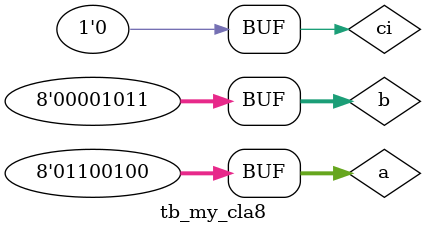
<source format=v>
`timescale 1ns/100ps

module tb_my_cla8;

	reg[7:0] a, b; // 32bit reg
	reg ci; 			// reg

	wire co; 		// wire
	wire[7:0] s; 	// wire

	my_cla8 teset_my_cla8(a, b, ci, co, s);
	
	initial begin
		#0; {a, b, ci} = {8'd5, 8'd2, 1'b0};
		#5; {a, b, ci} = {8'd10, 8'd8, 1'b0};
		#5; {a, b, ci} = {8'd20, 8'd30, 1'b0};
		#5; {a, b, ci} = {8'd100, 8'd11, 1'b0};
		#5;
	end

endmodule

</source>
